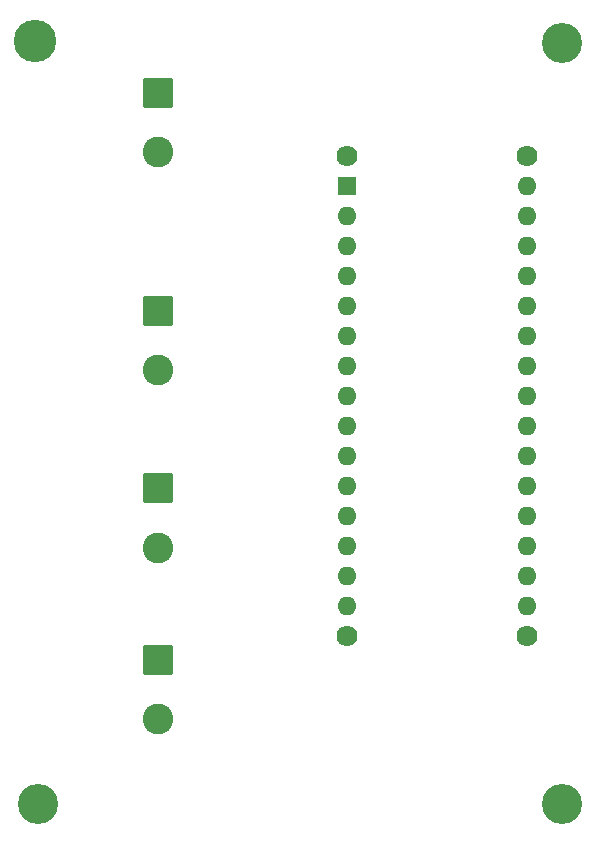
<source format=gbs>
%TF.GenerationSoftware,KiCad,Pcbnew,9.0.0*%
%TF.CreationDate,2025-04-01T16:17:38+02:00*%
%TF.ProjectId,three_camera_trigger_arduino,74687265-655f-4636-916d-6572615f7472,rev?*%
%TF.SameCoordinates,Original*%
%TF.FileFunction,Soldermask,Bot*%
%TF.FilePolarity,Negative*%
%FSLAX46Y46*%
G04 Gerber Fmt 4.6, Leading zero omitted, Abs format (unit mm)*
G04 Created by KiCad (PCBNEW 9.0.0) date 2025-04-01 16:17:38*
%MOMM*%
%LPD*%
G01*
G04 APERTURE LIST*
G04 Aperture macros list*
%AMRoundRect*
0 Rectangle with rounded corners*
0 $1 Rounding radius*
0 $2 $3 $4 $5 $6 $7 $8 $9 X,Y pos of 4 corners*
0 Add a 4 corners polygon primitive as box body*
4,1,4,$2,$3,$4,$5,$6,$7,$8,$9,$2,$3,0*
0 Add four circle primitives for the rounded corners*
1,1,$1+$1,$2,$3*
1,1,$1+$1,$4,$5*
1,1,$1+$1,$6,$7*
1,1,$1+$1,$8,$9*
0 Add four rect primitives between the rounded corners*
20,1,$1+$1,$2,$3,$4,$5,0*
20,1,$1+$1,$4,$5,$6,$7,0*
20,1,$1+$1,$6,$7,$8,$9,0*
20,1,$1+$1,$8,$9,$2,$3,0*%
G04 Aperture macros list end*
%ADD10C,3.400000*%
%ADD11C,3.600000*%
%ADD12C,2.600000*%
%ADD13RoundRect,0.250000X-1.050000X1.050000X-1.050000X-1.050000X1.050000X-1.050000X1.050000X1.050000X0*%
%ADD14C,1.780000*%
%ADD15R,1.600000X1.600000*%
%ADD16O,1.600000X1.600000*%
G04 APERTURE END LIST*
D10*
%TO.C,REF\u002A\u002A*%
X126700000Y-75300000D03*
%TD*%
%TO.C,REF\u002A\u002A*%
X126700000Y-139700000D03*
%TD*%
%TO.C,REF\u002A\u002A*%
X82300000Y-139700000D03*
%TD*%
D11*
%TO.C,REF\u002A\u002A*%
X82100000Y-75100000D03*
%TD*%
D12*
%TO.C,J4*%
X92500000Y-132500000D03*
D13*
X92500000Y-127500000D03*
%TD*%
D12*
%TO.C,J3*%
X92500000Y-118000000D03*
D13*
X92500000Y-113000000D03*
%TD*%
%TO.C,J2*%
X92500000Y-98000000D03*
D12*
X92500000Y-103000000D03*
%TD*%
D13*
%TO.C,J1*%
X92500000Y-79500000D03*
D12*
X92500000Y-84500000D03*
%TD*%
D14*
%TO.C,A1*%
X108500000Y-84880000D03*
X108500000Y-125520000D03*
X123740000Y-84880000D03*
X123740000Y-125520000D03*
D15*
X108500000Y-87420000D03*
D16*
X108500000Y-89960000D03*
X108500000Y-92500000D03*
X108500000Y-95040000D03*
X108500000Y-97580000D03*
X108500000Y-100120000D03*
X108500000Y-102660000D03*
X108500000Y-105200000D03*
X108500000Y-107740000D03*
X108500000Y-110280000D03*
X108500000Y-112820000D03*
X108500000Y-115360000D03*
X108500000Y-117900000D03*
X108500000Y-120440000D03*
X108500000Y-122980000D03*
X123740000Y-122980000D03*
X123740000Y-120440000D03*
X123740000Y-117900000D03*
X123740000Y-115360000D03*
X123740000Y-112820000D03*
X123740000Y-110280000D03*
X123740000Y-107740000D03*
X123740000Y-105200000D03*
X123740000Y-102660000D03*
X123740000Y-100120000D03*
X123740000Y-97580000D03*
X123740000Y-95040000D03*
X123740000Y-92500000D03*
X123740000Y-89960000D03*
X123740000Y-87420000D03*
%TD*%
M02*

</source>
